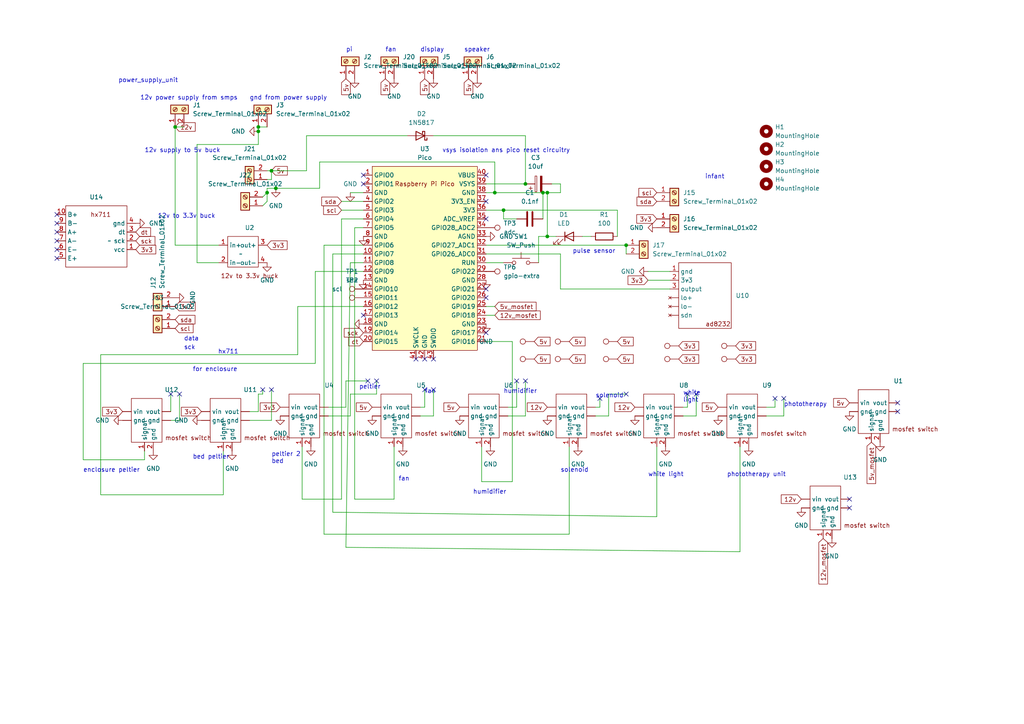
<source format=kicad_sch>
(kicad_sch (version 20230121) (generator eeschema)
  (paper "A4")
  (lib_symbols
    (symbol "Connector:Screw_Terminal_01x02" (pin_names (offset 1.016) hide)
      (property "Reference" "J" (at 0 2.54 0))
      (property "Value" "Screw_Terminal_01x02" (at 0 -5.08 0))
      (symbol "Screw_Terminal_01x02_1_1"
        (rectangle (start -1.27 1.27) (end 1.27 -3.81) (stroke (width 0.254)) (fill (type background)))
        (circle (center 0 -2.54) (radius 0.635) (stroke (width 0.1524)))
        (polyline (pts (xy -0.5334 -2.2098) (xy 0.3302 -3.048)) (stroke (width 0.1524)))
        (polyline (pts (xy -0.5334 0.3302) (xy 0.3302 -0.508)) (stroke (width 0.1524)))
        (polyline (pts (xy -0.3556 -2.032) (xy 0.508 -2.8702)) (stroke (width 0.1524)))
        (polyline (pts (xy -0.3556 0.508) (xy 0.508 -0.3302)) (stroke (width 0.1524)))
        (circle (center 0 0) (radius 0.635) (stroke (width 0.1524)))
        (pin passive line (at -5.08 0 0) (length 3.81) (name "Pin_1") (number "1"))
        (pin passive line (at -5.08 -2.54 0) (length 3.81) (name "Pin_2") (number "2"))
      )
    )
    (symbol "Connector:TestPoint" (pin_numbers hide) (pin_names (offset 0.762) hide)
      (property "Reference" "TP" (at 0 6.858 0))
      (property "Value" "TestPoint" (at 0 5.08 0))
      (symbol "TestPoint_0_1"
        (circle (center 0 3.302) (radius 0.762))
      )
      (symbol "TestPoint_1_1"
        (pin passive line (at 0 0 90) (length 2.54) (name "1") (number "1"))
      )
    )
    (symbol "Device:C" (pin_numbers hide) (pin_names (offset 0.254))
      (property "Reference" "C" (at 0.635 2.54 0))
      (property "Value" "C" (at 0.635 -2.54 0))
      (symbol "C_0_1"
        (polyline (pts (xy -2.032 -0.762) (xy 2.032 -0.762)) (stroke (width 0.508)))
        (polyline (pts (xy -2.032 0.762) (xy 2.032 0.762)) (stroke (width 0.508)))
      )
      (symbol "C_1_1"
        (pin passive line (at 0 3.81 270) (length 2.794) (name "~") (number "1"))
        (pin passive line (at 0 -3.81 90) (length 2.794) (name "~") (number "2"))
      )
    )
    (symbol "Device:C_Polarized" (pin_numbers hide) (pin_names (offset 0.254))
      (property "Reference" "C" (at 0.635 2.54 0))
      (property "Value" "C_Polarized" (at 0.635 -2.54 0))
      (symbol "C_Polarized_0_1"
        (rectangle (start -2.286 0.508) (end 2.286 1.016))
        (polyline (pts (xy -1.778 2.286) (xy -0.762 2.286)))
        (polyline (pts (xy -1.27 2.794) (xy -1.27 1.778)))
        (rectangle (start 2.286 -0.508) (end -2.286 -1.016) (fill (type outline)))
      )
      (symbol "C_Polarized_1_1"
        (pin passive line (at 0 3.81 270) (length 2.794) (name "~") (number "1"))
        (pin passive line (at 0 -3.81 90) (length 2.794) (name "~") (number "2"))
      )
    )
    (symbol "Device:LED" (pin_numbers hide) (pin_names (offset 1.016) hide)
      (property "Reference" "D" (at 0 2.54 0))
      (property "Value" "LED" (at 0 -2.54 0))
      (symbol "LED_0_1"
        (polyline (pts (xy -1.27 -1.27) (xy -1.27 1.27)) (stroke (width 0.254)))
        (polyline (pts (xy -1.27 0) (xy 1.27 0)))
        (polyline (pts (xy 1.27 -1.27) (xy 1.27 1.27) (xy -1.27 0) (xy 1.27 -1.27)) (stroke (width 0.254)))
        (polyline (pts (xy -3.048 -0.762) (xy -4.572 -2.286) (xy -3.81 -2.286) (xy -4.572 -2.286) (xy -4.572 -1.524)))
        (polyline (pts (xy -1.778 -0.762) (xy -3.302 -2.286) (xy -2.54 -2.286) (xy -3.302 -2.286) (xy -3.302 -1.524)))
      )
      (symbol "LED_1_1"
        (pin passive line (at -3.81 0 0) (length 2.54) (name "K") (number "1"))
        (pin passive line (at 3.81 0 180) (length 2.54) (name "A") (number "2"))
      )
    )
    (symbol "Device:R" (pin_numbers hide) (pin_names (offset 0))
      (property "Reference" "R" (at 2.032 0 90))
      (property "Value" "R" (at 0 0 90))
      (symbol "R_0_1"
        (rectangle (start -1.016 -2.54) (end 1.016 2.54) (stroke (width 0.254)))
      )
      (symbol "R_1_1"
        (pin passive line (at 0 3.81 270) (length 1.27) (name "~") (number "1"))
        (pin passive line (at 0 -3.81 90) (length 1.27) (name "~") (number "2"))
      )
    )
    (symbol "Diode:1N5817" (pin_numbers hide) (pin_names (offset 1.016) hide)
      (property "Reference" "D" (at 0 2.54 0))
      (property "Value" "1N5817" (at 0 -2.54 0))
      (symbol "1N5817_0_1"
        (polyline (pts (xy 1.27 0) (xy -1.27 0)))
        (polyline (pts (xy 1.27 1.27) (xy 1.27 -1.27) (xy -1.27 0) (xy 1.27 1.27)) (stroke (width 0.254)))
        (polyline (pts (xy -1.905 0.635) (xy -1.905 1.27) (xy -1.27 1.27) (xy -1.27 -1.27) (xy -0.635 -1.27) (xy -0.635 -0.635)) (stroke (width 0.254)))
      )
      (symbol "1N5817_1_1"
        (pin passive line (at -3.81 0 0) (length 2.54) (name "K") (number "1"))
        (pin passive line (at 3.81 0 180) (length 2.54) (name "A") (number "2"))
      )
    )
    (symbol "MCU_RaspberryPi_and_Boards:Pico"
      (property "Reference" "U" (at -13.97 27.94 0))
      (property "Value" "Pico" (at 0 19.05 0))
      (symbol "Pico_0_0"
        (text "Raspberry Pi Pico" (at 0 21.59 0) (effects (font (size 1.27 1.27))))
      )
      (symbol "Pico_0_1"
        (rectangle (start -15.24 26.67) (end 15.24 -26.67) (fill (type background)))
      )
      (symbol "Pico_1_1"
        (pin bidirectional line (at -17.78 24.13 0) (length 2.54) (name "GPIO0") (number "1"))
        (pin bidirectional line (at -17.78 1.27 0) (length 2.54) (name "GPIO7") (number "10"))
        (pin bidirectional line (at -17.78 -1.27 0) (length 2.54) (name "GPIO8") (number "11"))
        (pin bidirectional line (at -17.78 -3.81 0) (length 2.54) (name "GPIO9") (number "12"))
        (pin power_in line (at -17.78 -6.35 0) (length 2.54) (name "GND") (number "13"))
        (pin bidirectional line (at -17.78 -8.89 0) (length 2.54) (name "GPIO10") (number "14"))
        (pin bidirectional line (at -17.78 -11.43 0) (length 2.54) (name "GPIO11") (number "15"))
        (pin bidirectional line (at -17.78 -13.97 0) (length 2.54) (name "GPIO12") (number "16"))
        (pin bidirectional line (at -17.78 -16.51 0) (length 2.54) (name "GPIO13") (number "17"))
        (pin power_in line (at -17.78 -19.05 0) (length 2.54) (name "GND") (number "18"))
        (pin bidirectional line (at -17.78 -21.59 0) (length 2.54) (name "GPIO14") (number "19"))
        (pin bidirectional line (at -17.78 21.59 0) (length 2.54) (name "GPIO1") (number "2"))
        (pin bidirectional line (at -17.78 -24.13 0) (length 2.54) (name "GPIO15") (number "20"))
        (pin bidirectional line (at 17.78 -24.13 180) (length 2.54) (name "GPIO16") (number "21"))
        (pin bidirectional line (at 17.78 -21.59 180) (length 2.54) (name "GPIO17") (number "22"))
        (pin power_in line (at 17.78 -19.05 180) (length 2.54) (name "GND") (number "23"))
        (pin bidirectional line (at 17.78 -16.51 180) (length 2.54) (name "GPIO18") (number "24"))
        (pin bidirectional line (at 17.78 -13.97 180) (length 2.54) (name "GPIO19") (number "25"))
        (pin bidirectional line (at 17.78 -11.43 180) (length 2.54) (name "GPIO20") (number "26"))
        (pin bidirectional line (at 17.78 -8.89 180) (length 2.54) (name "GPIO21") (number "27"))
        (pin power_in line (at 17.78 -6.35 180) (length 2.54) (name "GND") (number "28"))
        (pin bidirectional line (at 17.78 -3.81 180) (length 2.54) (name "GPIO22") (number "29"))
        (pin power_in line (at -17.78 19.05 0) (length 2.54) (name "GND") (number "3"))
        (pin input line (at 17.78 -1.27 180) (length 2.54) (name "RUN") (number "30"))
        (pin bidirectional line (at 17.78 1.27 180) (length 2.54) (name "GPIO26_ADC0") (number "31"))
        (pin bidirectional line (at 17.78 3.81 180) (length 2.54) (name "GPIO27_ADC1") (number "32"))
        (pin power_in line (at 17.78 6.35 180) (length 2.54) (name "AGND") (number "33"))
        (pin bidirectional line (at 17.78 8.89 180) (length 2.54) (name "GPIO28_ADC2") (number "34"))
        (pin power_in line (at 17.78 11.43 180) (length 2.54) (name "ADC_VREF") (number "35"))
        (pin power_in line (at 17.78 13.97 180) (length 2.54) (name "3V3") (number "36"))
        (pin input line (at 17.78 16.51 180) (length 2.54) (name "3V3_EN") (number "37"))
        (pin bidirectional line (at 17.78 19.05 180) (length 2.54) (name "GND") (number "38"))
        (pin power_in line (at 17.78 21.59 180) (length 2.54) (name "VSYS") (number "39"))
        (pin bidirectional line (at -17.78 16.51 0) (length 2.54) (name "GPIO2") (number "4"))
        (pin power_in line (at 17.78 24.13 180) (length 2.54) (name "VBUS") (number "40"))
        (pin input line (at -2.54 -29.21 90) (length 2.54) (name "SWCLK") (number "41"))
        (pin power_in line (at 0 -29.21 90) (length 2.54) (name "GND") (number "42"))
        (pin bidirectional line (at 2.54 -29.21 90) (length 2.54) (name "SWDIO") (number "43"))
        (pin bidirectional line (at -17.78 13.97 0) (length 2.54) (name "GPIO3") (number "5"))
        (pin bidirectional line (at -17.78 11.43 0) (length 2.54) (name "GPIO4") (number "6"))
        (pin bidirectional line (at -17.78 8.89 0) (length 2.54) (name "GPIO5") (number "7"))
        (pin power_in line (at -17.78 6.35 0) (length 2.54) (name "GND") (number "8"))
        (pin bidirectional line (at -17.78 3.81 0) (length 2.54) (name "GPIO6") (number "9"))
      )
    )
    (symbol "Mechanical:MountingHole" (pin_names (offset 1.016))
      (property "Reference" "H" (at 0 5.08 0))
      (property "Value" "MountingHole" (at 0 3.175 0))
      (symbol "MountingHole_0_1"
        (circle (center 0 0) (radius 1.27) (stroke (width 1.27)))
      )
    )
    (symbol "Switch:SW_Push" (pin_numbers hide) (pin_names (offset 1.016) hide)
      (property "Reference" "SW" (at 1.27 2.54 0))
      (property "Value" "SW_Push" (at 0 -1.524 0))
      (symbol "SW_Push_0_1"
        (circle (center -2.032 0) (radius 0.508))
        (polyline (pts (xy 0 1.27) (xy 0 3.048)))
        (polyline (pts (xy 2.54 1.27) (xy -2.54 1.27)))
        (circle (center 2.032 0) (radius 0.508))
        (pin passive line (at -5.08 0 0) (length 2.54) (name "1") (number "1"))
        (pin passive line (at 5.08 0 180) (length 2.54) (name "2") (number "2"))
      )
    )
    (symbol "ad8232:ad8232"
      (property "Reference" "U" (at 0 0 0))
      (symbol "ad8232_0_1"
        (polyline (pts (xy -2.54 5.08) (xy -2.54 -13.97) (xy 12.7 -13.97) (xy 12.7 5.08) (xy -2.54 5.08)))
      )
      (symbol "ad8232_1_1"
        (text "ad8232" (at 8.89 -12.7 0) (effects (font (size 1.27 1.27))))
        (pin no_connect line (at -5.08 -5.08 0) (length 2.54) (name "lo+") (number ""))
        (pin no_connect line (at -5.08 -7.62 0) (length 2.54) (name "lo-") (number ""))
        (pin no_connect line (at -5.08 -10.16 0) (length 2.54) (name "sdn") (number ""))
        (pin bidirectional line (at -5.08 2.54 0) (length 2.54) (name "gnd") (number "1"))
        (pin input line (at -5.08 0 0) (length 2.54) (name "3v3") (number "2"))
        (pin output line (at -5.08 -2.54 0) (length 2.54) (name "output") (number "3"))
      )
    )
    (symbol "buck:buck_12_3.3"
      (property "Reference" "U2" (at 2.54 7.62 0))
      (property "Value" "~" (at 0 0 0))
      (symbol "buck_12_3.3_0_1"
        (polyline (pts (xy -3.81 5.08) (xy -3.81 -3.81) (xy 5.08 -3.81) (xy 5.08 5.08) (xy -3.81 5.08)))
      )
      (symbol "buck_12_3.3_1_1"
        (text "12v to 3.3v buck\n" (at 2.54 -6.35 0) (effects (font (size 1.27 1.27))))
        (pin input line (at -6.35 2.54 0) (length 2.54) (name "in+") (number "1"))
        (pin input line (at -6.35 -2.54 0) (length 2.54) (name "in-") (number "2"))
        (pin bidirectional line (at 7.62 2.54 180) (length 2.54) (name "out+") (number "3"))
        (pin bidirectional line (at 7.62 -2.54 180) (length 2.54) (name "out-") (number "4"))
      )
    )
    (symbol "hx711_board:hx711_pcb"
      (property "Reference" "U" (at 0 0 0))
      (symbol "hx711_pcb_0_1"
        (rectangle (start -5.08 7.62) (end 12.7 -10.16))
      )
      (symbol "hx711_pcb_1_1"
        (text "hx711" (at 2.54 -7.62 0) (effects (font (size 1.27 1.27))))
        (pin bidirectional line (at -7.62 2.54 0) (length 2.54) (name "vcc") (number "1"))
        (pin bidirectional line (at 15.24 -7.62 180) (length 2.54) (name "B+") (number "10"))
        (pin bidirectional line (at -7.62 0 0) (length 2.54) (name "sck") (number "2"))
        (pin bidirectional line (at -7.62 -2.54 0) (length 2.54) (name "dt") (number "3"))
        (pin bidirectional line (at -7.62 -5.08 0) (length 2.54) (name "gnd") (number "4"))
        (pin bidirectional line (at 15.24 5.08 180) (length 2.54) (name "E+") (number "5"))
        (pin bidirectional line (at 15.24 2.54 180) (length 2.54) (name "E-") (number "6"))
        (pin bidirectional line (at 15.24 0 180) (length 2.54) (name "A-") (number "7"))
        (pin bidirectional line (at 15.24 -2.54 180) (length 2.54) (name "A+") (number "8"))
        (pin bidirectional line (at 15.24 -5.08 180) (length 2.54) (name "B-") (number "9"))
      )
    )
    (symbol "mosfet_switch:mosfet_switch"
      (property "Reference" "U12" (at 6.5568 11.43 0))
      (property "Value" "~" (at 0 0 0))
      (symbol "mosfet_switch_0_1"
        (polyline (pts (xy -5.08 8.89) (xy -5.08 -3.81) (xy 3.81 -3.81) (xy 3.81 8.89) (xy -5.08 8.89)))
      )
      (symbol "mosfet_switch_1_1"
        (text "mosfet switch" (at 11.43 -2.54 0) (effects (font (size 1.27 1.27))))
        (pin input line (at -7.62 2.54 0) (length 2.54) (name "gnd") (number ""))
        (pin bidirectional line (at 6.35 2.54 180) (length 2.54) (name "gnd") (number ""))
        (pin input line (at -7.62 5.08 0) (length 2.54) (name "vin") (number ""))
        (pin bidirectional line (at 6.35 5.08 180) (length 2.54) (name "vout") (number ""))
        (pin bidirectional line (at -1.27 -6.35 90) (length 2.54) (name "signal") (number "1"))
        (pin bidirectional line (at 1.27 -6.35 90) (length 2.54) (name "gnd") (number "2"))
      )
    )
    (symbol "mosfet_switch_1"
      (property "Reference" "U9" (at 6.5568 11.43 0))
      (property "Value" "~" (at 0 0 0))
      (symbol "mosfet_switch_1_0_1"
        (polyline (pts (xy -5.08 8.89) (xy -5.08 -3.81) (xy 3.81 -3.81) (xy 3.81 8.89) (xy -5.08 8.89)))
      )
      (symbol "mosfet_switch_1_1_1"
        (text "mosfet switch" (at 11.43 -2.54 0) (effects (font (size 1.27 1.27))))
        (pin input line (at -7.62 2.54 0) (length 2.54) (name "gnd") (number ""))
        (pin bidirectional line (at 6.35 2.54 180) (length 2.54) (name "gnd") (number ""))
        (pin input line (at -7.62 5.08 0) (length 2.54) (name "vin") (number ""))
        (pin bidirectional line (at 6.35 5.08 180) (length 2.54) (name "vout") (number ""))
        (pin bidirectional line (at -1.27 -6.35 90) (length 2.54) (name "signal") (number "1"))
        (pin bidirectional line (at 1.27 -6.35 90) (length 2.54) (name "gnd") (number "2"))
      )
    )
    (symbol "mosfet_switch_2"
      (property "Reference" "U8" (at 6.5568 11.43 0))
      (property "Value" "~" (at 0 0 0))
      (symbol "mosfet_switch_2_0_1"
        (polyline (pts (xy -5.08 8.89) (xy -5.08 -3.81) (xy 3.81 -3.81) (xy 3.81 8.89) (xy -5.08 8.89)))
      )
      (symbol "mosfet_switch_2_1_1"
        (text "mosfet switch" (at 11.43 -2.54 0) (effects (font (size 1.27 1.27))))
        (pin input line (at -7.62 2.54 0) (length 2.54) (name "gnd") (number ""))
        (pin bidirectional line (at 6.35 2.54 180) (length 2.54) (name "gnd") (number ""))
        (pin input line (at -7.62 5.08 0) (length 2.54) (name "vin") (number ""))
        (pin bidirectional line (at 6.35 5.08 180) (length 2.54) (name "vout") (number ""))
        (pin bidirectional line (at -1.27 -6.35 90) (length 2.54) (name "signal") (number "1"))
        (pin bidirectional line (at 1.27 -6.35 90) (length 2.54) (name "gnd") (number "2"))
      )
    )
    (symbol "mosfet_switch_3"
      (property "Reference" "U5" (at 6.5568 11.43 0))
      (property "Value" "~" (at 0 0 0))
      (symbol "mosfet_switch_3_0_1"
        (polyline (pts (xy -5.08 8.89) (xy -5.08 -3.81) (xy 3.81 -3.81) (xy 3.81 8.89) (xy -5.08 8.89)))
      )
      (symbol "mosfet_switch_3_1_1"
        (text "mosfet switch" (at 11.43 -2.54 0) (effects (font (size 1.27 1.27))))
        (pin input line (at -7.62 2.54 0) (length 2.54) (name "gnd") (number ""))
        (pin bidirectional line (at 6.35 2.54 180) (length 2.54) (name "gnd") (number ""))
        (pin input line (at -7.62 5.08 0) (length 2.54) (name "vin") (number ""))
        (pin bidirectional line (at 6.35 5.08 180) (length 2.54) (name "vout") (number ""))
        (pin bidirectional line (at -1.27 -6.35 90) (length 2.54) (name "signal") (number "1"))
        (pin bidirectional line (at 1.27 -6.35 90) (length 2.54) (name "gnd") (number "2"))
      )
    )
    (symbol "mosfet_switch_4"
      (property "Reference" "U6" (at 6.5568 11.43 0))
      (property "Value" "~" (at 0 0 0))
      (symbol "mosfet_switch_4_0_1"
        (polyline (pts (xy -5.08 8.89) (xy -5.08 -3.81) (xy 3.81 -3.81) (xy 3.81 8.89) (xy -5.08 8.89)))
      )
      (symbol "mosfet_switch_4_1_1"
        (text "mosfet switch" (at 11.43 -2.54 0) (effects (font (size 1.27 1.27))))
        (pin input line (at -7.62 2.54 0) (length 2.54) (name "gnd") (number ""))
        (pin bidirectional line (at 6.35 2.54 180) (length 2.54) (name "gnd") (number ""))
        (pin input line (at -7.62 5.08 0) (length 2.54) (name "vin") (number ""))
        (pin bidirectional line (at 6.35 5.08 180) (length 2.54) (name "vout") (number ""))
        (pin bidirectional line (at -1.27 -6.35 90) (length 2.54) (name "signal") (number "1"))
        (pin bidirectional line (at 1.27 -6.35 90) (length 2.54) (name "gnd") (number "2"))
      )
    )
    (symbol "mosfet_switch_5"
      (property "Reference" "U7" (at 6.5568 11.43 0))
      (property "Value" "~" (at 0 0 0))
      (symbol "mosfet_switch_5_0_1"
        (polyline (pts (xy -5.08 8.89) (xy -5.08 -3.81) (xy 3.81 -3.81) (xy 3.81 8.89) (xy -5.08 8.89)))
      )
      (symbol "mosfet_switch_5_1_1"
        (text "mosfet switch" (at 11.43 -2.54 0) (effects (font (size 1.27 1.27))))
        (pin input line (at -7.62 2.54 0) (length 2.54) (name "gnd") (number ""))
        (pin bidirectional line (at 6.35 2.54 180) (length 2.54) (name "gnd") (number ""))
        (pin input line (at -7.62 5.08 0) (length 2.54) (name "vin") (number ""))
        (pin bidirectional line (at 6.35 5.08 180) (length 2.54) (name "vout") (number ""))
        (pin bidirectional line (at -1.27 -6.35 90) (length 2.54) (name "signal") (number "1"))
        (pin bidirectional line (at 1.27 -6.35 90) (length 2.54) (name "gnd") (number "2"))
      )
    )
    (symbol "mosfet_switch_6"
      (property "Reference" "U4" (at 6.5568 11.43 0))
      (property "Value" "~" (at 0 0 0))
      (symbol "mosfet_switch_6_0_1"
        (polyline (pts (xy -5.08 8.89) (xy -5.08 -3.81) (xy 3.81 -3.81) (xy 3.81 8.89) (xy -5.08 8.89)))
      )
      (symbol "mosfet_switch_6_1_1"
        (text "mosfet switch" (at 11.43 -2.54 0) (effects (font (size 1.27 1.27))))
        (pin input line (at -7.62 2.54 0) (length 2.54) (name "gnd") (number ""))
        (pin bidirectional line (at 6.35 2.54 180) (length 2.54) (name "gnd") (number ""))
        (pin input line (at -7.62 5.08 0) (length 2.54) (name "vin") (number ""))
        (pin bidirectional line (at 6.35 5.08 180) (length 2.54) (name "vout") (number ""))
        (pin bidirectional line (at -1.27 -6.35 90) (length 2.54) (name "signal") (number "1"))
        (pin bidirectional line (at 1.27 -6.35 90) (length 2.54) (name "gnd") (number "2"))
      )
    )
    (symbol "mosfet_switch_7"
      (property "Reference" "U11" (at 6.5568 11.43 0))
      (property "Value" "~" (at 0 0 0))
      (symbol "mosfet_switch_7_0_1"
        (polyline (pts (xy -5.08 8.89) (xy -5.08 -3.81) (xy 3.81 -3.81) (xy 3.81 8.89) (xy -5.08 8.89)))
      )
      (symbol "mosfet_switch_7_1_1"
        (text "mosfet switch" (at 11.43 -2.54 0) (effects (font (size 1.27 1.27))))
        (pin input line (at -7.62 2.54 0) (length 2.54) (name "gnd") (number ""))
        (pin bidirectional line (at 6.35 2.54 180) (length 2.54) (name "gnd") (number ""))
        (pin input line (at -7.62 5.08 0) (length 2.54) (name "vin") (number ""))
        (pin bidirectional line (at 6.35 5.08 180) (length 2.54) (name "vout") (number ""))
        (pin bidirectional line (at -1.27 -6.35 90) (length 2.54) (name "signal") (number "1"))
        (pin bidirectional line (at 1.27 -6.35 90) (length 2.54) (name "gnd") (number "2"))
      )
    )
    (symbol "power:GND" (power) (pin_names (offset 0))
      (property "Value" "GND" (at 0 -3.81 0))
      (symbol "GND_0_1"
        (polyline (pts (xy 0 0) (xy 0 -1.27) (xy 1.27 -1.27) (xy 0 -2.54) (xy -1.27 -1.27) (xy 0 -1.27)))
      )
      (symbol "GND_1_1"
        (pin power_in line (at 0 0 270) (length 0) hide (name "GND") (number "1"))
      )
    )
  )
  (junction (at 143.51 55.88))
  (junction (at 77.47 55.88))
  (junction (at 80.01 54.61))
  (junction (at 74.93 38.1))
  (junction (at 74.93 36.83))
  (junction (at 78.74 49.53))
  (junction (at 181.61 71.12))
  (junction (at 157.48 55.88))
  (junction (at 158.75 55.88))
  (junction (at 146.05 60.96))
  (junction (at 152.4 53.34))
  (junction (at 158.75 68.58))
  (junction (at 50.8 36.83))
  (no_connect (at 16.51 67.31))
  (no_connect (at 149.86 110.49))
  (no_connect (at 16.51 74.93))
  (no_connect (at 123.19 113.03))
  (no_connect (at 120.65 104.14))
  (no_connect (at 140.97 50.8))
  (no_connect (at 224.79 115.57))
  (no_connect (at 140.97 86.36))
  (no_connect (at 105.41 91.44))
  (no_connect (at 260.35 119.38))
  (no_connect (at 78.74 113.03))
  (no_connect (at 140.97 96.52))
  (no_connect (at 49.53 114.3))
  (no_connect (at 109.22 110.49))
  (no_connect (at 201.93 114.3))
  (no_connect (at 125.73 104.14))
  (no_connect (at 140.97 83.82))
  (no_connect (at 246.38 144.78))
  (no_connect (at 246.38 147.32))
  (no_connect (at 16.51 64.77))
  (no_connect (at 181.61 114.3))
  (no_connect (at 16.51 69.85))
  (no_connect (at 199.39 114.3))
  (no_connect (at 52.07 114.3))
  (no_connect (at 16.51 72.39))
  (no_connect (at 152.4 110.49))
  (no_connect (at 76.2 113.03))
  (no_connect (at 16.51 62.23))
  (no_connect (at 140.97 58.42))
  (no_connect (at 123.19 104.14))
  (no_connect (at 125.73 113.03))
  (no_connect (at 260.35 116.84))
  (no_connect (at 227.33 115.57))
  (no_connect (at 173.99 115.57))
  (no_connect (at 106.68 110.49))
  (no_connect (at 105.41 53.34))
  (no_connect (at 105.41 50.8))
  (no_connect (at 140.97 63.5))
  (wire (pts (xy 74.93 114.3) (xy 76.2 114.3)))
  (wire (pts (xy 152.4 110.49) (xy 152.4 120.65)))
  (wire (pts (xy 96.52 148.59) (xy 96.52 73.66)))
  (wire (pts (xy 102.87 144.78) (xy 102.87 66.04)))
  (wire (pts (xy 214.63 160.02) (xy 100.33 158.75)))
  (wire (pts (xy 76.2 59.69) (xy 77.47 58.42)))
  (wire (pts (xy 99.06 63.5) (xy 105.41 63.5)))
  (wire (pts (xy 114.3 144.78) (xy 102.87 144.78)))
  (wire (pts (xy 77.47 58.42) (xy 77.47 55.88)))
  (wire (pts (xy 91.44 78.74) (xy 91.44 105.41)))
  (wire (pts (xy 222.25 120.65) (xy 227.33 120.65)))
  (wire (pts (xy 194.31 78.74) (xy 187.96 78.74)))
  (wire (pts (xy 101.6 76.2) (xy 105.41 76.2)))
  (wire (pts (xy 77.47 54.61) (xy 77.47 55.88)))
  (wire (pts (xy 78.74 49.53) (xy 88.9 49.53)))
  (wire (pts (xy 49.53 121.92) (xy 52.07 121.92)))
  (wire (pts (xy 52.07 121.92) (xy 52.07 114.3)))
  (wire (pts (xy 99.06 144.78) (xy 99.06 63.5)))
  (wire (pts (xy 86.36 88.9) (xy 105.41 88.9)))
  (wire (pts (xy 105.41 78.74) (xy 91.44 78.74)))
  (wire (pts (xy 157.48 55.88) (xy 158.75 55.88)))
  (wire (pts (xy 78.74 113.03) (xy 78.74 121.92)))
  (wire (pts (xy 74.93 41.91) (xy 57.15 41.91)))
  (wire (pts (xy 101.6 120.65) (xy 95.25 120.65)))
  (wire (pts (xy 140.97 71.12) (xy 181.61 71.12)))
  (wire (pts (xy 139.7 129.54) (xy 139.7 139.7)))
  (wire (pts (xy 93.98 71.12) (xy 105.41 71.12)))
  (wire (pts (xy 72.39 119.38) (xy 74.93 119.38)))
  (wire (pts (xy 165.1 129.54) (xy 165.1 154.94)))
  (wire (pts (xy 74.93 36.83) (xy 74.93 38.1)))
  (wire (pts (xy 96.52 73.66) (xy 105.41 73.66)))
  (wire (pts (xy 149.86 63.5) (xy 146.05 63.5)))
  (wire (pts (xy 152.4 120.65) (xy 147.32 120.65)))
  (wire (pts (xy 41.91 133.35) (xy 41.91 130.81)))
  (wire (pts (xy 87.63 144.78) (xy 99.06 144.78)))
  (wire (pts (xy 105.41 55.88) (xy 101.6 55.88)))
  (wire (pts (xy 50.8 36.83) (xy 50.8 71.12)))
  (wire (pts (xy 53.34 36.83) (xy 50.8 36.83)))
  (wire (pts (xy 93.98 154.94) (xy 93.98 71.12)))
  (wire (pts (xy 224.79 118.11) (xy 222.25 118.11)))
  (wire (pts (xy 125.73 113.03) (xy 125.73 120.65)))
  (wire (pts (xy 74.93 38.1) (xy 74.93 41.91)))
  (wire (pts (xy 168.91 68.58) (xy 171.45 68.58)))
  (wire (pts (xy 156.21 68.58) (xy 158.75 68.58)))
  (wire (pts (xy 91.44 105.41) (xy 24.13 105.41)))
  (wire (pts (xy 179.07 68.58) (xy 179.07 60.96)))
  (wire (pts (xy 152.4 39.37) (xy 125.73 39.37)))
  (wire (pts (xy 87.63 129.54) (xy 87.63 144.78)))
  (wire (pts (xy 165.1 154.94) (xy 93.98 154.94)))
  (wire (pts (xy 77.47 36.83) (xy 74.93 36.83)))
  (wire (pts (xy 77.47 54.61) (xy 80.01 54.61)))
  (wire (pts (xy 123.19 118.11) (xy 123.19 113.03)))
  (wire (pts (xy 140.97 76.2) (xy 146.05 76.2)))
  (wire (pts (xy 148.59 99.06) (xy 140.97 99.06)))
  (wire (pts (xy 99.06 58.42) (xy 105.41 58.42)))
  (wire (pts (xy 77.47 52.07) (xy 78.74 52.07)))
  (wire (pts (xy 143.51 55.88) (xy 157.48 55.88)))
  (wire (pts (xy 140.97 73.66) (xy 162.56 73.66)))
  (wire (pts (xy 162.56 73.66) (xy 162.56 83.82)))
  (wire (pts (xy 139.7 139.7) (xy 148.59 139.7)))
  (wire (pts (xy 181.61 73.66) (xy 181.61 71.12)))
  (wire (pts (xy 152.4 39.37) (xy 152.4 53.34)))
  (wire (pts (xy 224.79 115.57) (xy 224.79 118.11)))
  (wire (pts (xy 86.36 102.87) (xy 86.36 88.9)))
  (wire (pts (xy 162.56 83.82) (xy 194.31 83.82)))
  (wire (pts (xy 227.33 120.65) (xy 227.33 115.57)))
  (wire (pts (xy 101.6 114.3) (xy 101.6 120.65)))
  (wire (pts (xy 201.93 114.3) (xy 201.93 120.65)))
  (wire (pts (xy 201.93 120.65) (xy 198.12 120.65)))
  (wire (pts (xy 148.59 139.7) (xy 148.59 99.06)))
  (wire (pts (xy 78.74 121.92) (xy 72.39 121.92)))
  (wire (pts (xy 77.47 55.88) (xy 76.2 57.15)))
  (wire (pts (xy 147.32 118.11) (xy 149.86 118.11)))
  (wire (pts (xy 80.01 54.61) (xy 92.71 54.61)))
  (wire (pts (xy 194.31 81.28) (xy 187.96 81.28)))
  (wire (pts (xy 121.92 118.11) (xy 123.19 118.11)))
  (wire (pts (xy 140.97 53.34) (xy 152.4 53.34)))
  (wire (pts (xy 99.06 148.59) (xy 96.52 148.59)))
  (wire (pts (xy 74.93 119.38) (xy 74.93 114.3)))
  (wire (pts (xy 99.06 60.96) (xy 105.41 60.96)))
  (wire (pts (xy 88.9 39.37) (xy 118.11 39.37)))
  (wire (pts (xy 125.73 120.65) (xy 121.92 120.65)))
  (wire (pts (xy 102.87 66.04) (xy 105.41 66.04)))
  (wire (pts (xy 176.53 120.65) (xy 172.72 120.65)))
  (wire (pts (xy 100.33 158.75) (xy 101.6 76.2)))
  (wire (pts (xy 158.75 68.58) (xy 161.29 68.58)))
  (wire (pts (xy 173.99 118.11) (xy 172.72 118.11)))
  (wire (pts (xy 95.25 118.11) (xy 100.33 118.11)))
  (wire (pts (xy 190.5 129.54) (xy 190.5 149.86)))
  (wire (pts (xy 109.22 110.49) (xy 109.22 114.3)))
  (wire (pts (xy 158.75 55.88) (xy 162.56 55.88)))
  (wire (pts (xy 64.77 143.51) (xy 29.21 143.51)))
  (wire (pts (xy 140.97 91.44) (xy 143.51 91.44)))
  (wire (pts (xy 160.02 53.34) (xy 162.56 53.34)))
  (wire (pts (xy 146.05 60.96) (xy 140.97 60.96)))
  (wire (pts (xy 140.97 55.88) (xy 143.51 55.88)))
  (wire (pts (xy 140.97 88.9) (xy 143.51 88.9)))
  (wire (pts (xy 29.21 102.87) (xy 86.36 102.87)))
  (wire (pts (xy 173.99 115.57) (xy 173.99 118.11)))
  (wire (pts (xy 179.07 60.96) (xy 146.05 60.96)))
  (wire (pts (xy 156.21 76.2) (xy 156.21 68.58)))
  (wire (pts (xy 190.5 149.86) (xy 99.06 148.59)))
  (wire (pts (xy 146.05 63.5) (xy 146.05 60.96)))
  (wire (pts (xy 92.71 54.61) (xy 92.71 46.99)))
  (wire (pts (xy 49.53 114.3) (xy 49.53 119.38)))
  (wire (pts (xy 157.48 63.5) (xy 157.48 55.88)))
  (wire (pts (xy 76.2 114.3) (xy 76.2 113.03)))
  (wire (pts (xy 114.3 129.54) (xy 114.3 144.78)))
  (wire (pts (xy 100.33 110.49) (xy 106.68 110.49)))
  (wire (pts (xy 63.5 71.12) (xy 50.8 71.12)))
  (wire (pts (xy 149.86 118.11) (xy 149.86 110.49)))
  (wire (pts (xy 77.47 49.53) (xy 78.74 49.53)))
  (wire (pts (xy 64.77 130.81) (xy 64.77 143.51)))
  (wire (pts (xy 109.22 114.3) (xy 101.6 114.3)))
  (wire (pts (xy 88.9 49.53) (xy 88.9 39.37)))
  (wire (pts (xy 143.51 46.99) (xy 143.51 55.88)))
  (wire (pts (xy 57.15 76.2) (xy 63.5 76.2)))
  (wire (pts (xy 92.71 46.99) (xy 143.51 46.99)))
  (wire (pts (xy 214.63 129.54) (xy 214.63 160.02)))
  (wire (pts (xy 29.21 143.51) (xy 29.21 102.87)))
  (wire (pts (xy 199.39 114.3) (xy 199.39 118.11)))
  (wire (pts (xy 78.74 52.07) (xy 78.74 49.53)))
  (wire (pts (xy 176.53 114.3) (xy 176.53 120.65)))
  (wire (pts (xy 199.39 118.11) (xy 198.12 118.11)))
  (wire (pts (xy 181.61 114.3) (xy 176.53 114.3)))
  (wire (pts (xy 162.56 53.34) (xy 162.56 55.88)))
  (wire (pts (xy 158.75 68.58) (xy 158.75 55.88)))
  (wire (pts (xy 57.15 41.91) (xy 57.15 76.2)))
  (wire (pts (xy 24.13 105.41) (xy 24.13 133.35)))
  (wire (pts (xy 100.33 118.11) (xy 100.33 110.49)))
  (wire (pts (xy 24.13 133.35) (xy 41.91 133.35)))
  (text "phototherapy" (at 227.33 118.11 0) (effects (font (size 1.27 1.27)) (justify left bottom)))
  (text "pi" (at 100.33 15.24 0) (effects (font (size 1.27 1.27)) (justify left bottom)))
  (text "humidifier" (at 146.05 114.3 0) (effects (font (size 1.27 1.27)) (justify left bottom)))
  (text "12v supply to 5v buck\n" (at 41.91 44.45 0) (effects (font (size 1.27 1.27)) (justify left bottom)))
  (text "vsys isolation ans pico reset circuitry" (at 128.27 44.45 0) (effects (font (size 1.27 1.27)) (justify left bottom)))
  (text "for enclosure" (at 55.88 107.95 0) (effects (font (size 1.27 1.27)) (justify left bottom)))
  (text " hx711" (at 62.23 102.87 0) (effects (font (size 1.27 1.27)) (justify left bottom)))
  (text "speaker" (at 134.62 15.24 0) (effects (font (size 1.27 1.27)) (justify left bottom)))
  (text "peltier " (at 104.14 113.03 0) (effects (font (size 1.27 1.27)) (justify left bottom)))
  (text "solenoid" (at 162.56 137.16 0) (effects (font (size 1.27 1.27)) (justify left bottom)))
  (text "12v power supply from smps" (at 40.64 29.21 0) (effects (font (size 1.27 1.27)) (justify left bottom)))
  (text "white light" (at 187.96 138.43 0) (effects (font (size 1.27 1.27)) (justify left bottom)))
  (text "fan" (at 115.57 139.7 0) (effects (font (size 1.27 1.27)) (justify left bottom)))
  (text "enclosure peltier" (at 24.13 137.16 0) (effects (font (size 1.27 1.27)) (justify left bottom)))
  (text "humidifier" (at 137.16 143.51 0) (effects (font (size 1.27 1.27)) (justify left bottom)))
  (text "bed peltier" (at 55.88 133.35 0) (effects (font (size 1.27 1.27)) (justify left bottom)))
  (text "infant\n" (at 204.47 52.07 0) (effects (font (size 1.27 1.27)) (justify left bottom)))
  (text "power_supply_unit\n" (at 34.29 24.13 0) (effects (font (size 1.27 1.27)) (justify left bottom)))
  (text "sck" (at 53.34 101.6 0) (effects (font (size 1.27 1.27)) (justify left bottom)))
  (text "gnd from power supply" (at 72.39 29.21 0) (effects (font (size 1.27 1.27)) (justify left bottom)))
  (text "peltier 2\nbed\n" (at 78.74 134.62 0) (effects (font (size 1.27 1.27)) (justify left bottom)))
  (text "display" (at 121.92 15.24 0) (effects (font (size 1.27 1.27)) (justify left bottom)))
  (text "solenoid" (at 172.72 115.57 0) (effects (font (size 1.27 1.27)) (justify left bottom)))
  (text " pulse sensor" (at 165.1 73.66 0) (effects (font (size 1.27 1.27)) (justify left bottom)))
  (text "12v to 3.3v buck\n" (at 45.72 63.5 0) (effects (font (size 1.27 1.27)) (justify left bottom)))
  (text "white \nlight" (at 198.12 116.84 0) (effects (font (size 1.27 1.27)) (justify left bottom)))
  (text "data " (at 53.34 99.06 0) (effects (font (size 1.27 1.27)) (justify left bottom)))
  (text "phototherapy unit" (at 210.82 138.43 0) (effects (font (size 1.27 1.27)) (justify left bottom)))
  (text "fan" (at 123.19 114.3 0) (effects (font (size 1.27 1.27)) (justify left bottom)))
  (text "fan" (at 111.76 15.24 0) (effects (font (size 1.27 1.27)) (justify left bottom)))
  (global_label "5v" (shape input) (at 179.07 104.14 0) (property "Intersheetrefs" "${INTERSHEET_REFS}" (effects hide)))
  (global_label "scl" (shape input) (at 99.06 60.96 180) (property "Intersheetrefs" "${INTERSHEET_REFS}" (effects hide)))
  (global_label "3v3" (shape input) (at 50.8 88.9 0) (property "Intersheetrefs" "${INTERSHEET_REFS}" (effects hide)))
  (global_label "3v3" (shape input) (at 35.56 119.38 180) (property "Intersheetrefs" "${INTERSHEET_REFS}" (effects hide)))
  (global_label "3v3" (shape input) (at 39.37 72.39 0) (property "Intersheetrefs" "${INTERSHEET_REFS}" (effects hide)))
  (global_label "sck" (shape input) (at 105.41 96.52 180) (property "Intersheetrefs" "${INTERSHEET_REFS}" (effects hide)))
  (global_label "3v3" (shape input) (at 58.42 119.38 180) (property "Intersheetrefs" "${INTERSHEET_REFS}" (effects hide)))
  (global_label "scl" (shape input) (at 50.8 95.25 0) (property "Intersheetrefs" "${INTERSHEET_REFS}" (effects hide)))
  (global_label "sda" (shape input) (at 50.8 92.71 0) (property "Intersheetrefs" "${INTERSHEET_REFS}" (effects hide)))
  (global_label "5v" (shape input) (at 107.95 118.11 180) (property "Intersheetrefs" "${INTERSHEET_REFS}" (effects hide)))
  (global_label "5v" (shape input) (at 165.1 99.06 0) (property "Intersheetrefs" "${INTERSHEET_REFS}" (effects hide)))
  (global_label "sck" (shape input) (at 39.37 69.85 0) (property "Intersheetrefs" "${INTERSHEET_REFS}" (effects hide)))
  (global_label "5v" (shape input) (at 123.19 22.86 270) (property "Intersheetrefs" "${INTERSHEET_REFS}" (effects hide)))
  (global_label "dt" (shape input) (at 105.41 99.06 180) (property "Intersheetrefs" "${INTERSHEET_REFS}" (effects hide)))
  (global_label "12v" (shape input) (at 184.15 118.11 180) (property "Intersheetrefs" "${INTERSHEET_REFS}" (effects hide)))
  (global_label "5v" (shape input) (at 78.74 49.53 0) (property "Intersheetrefs" "${INTERSHEET_REFS}" (effects hide)))
  (global_label "3v3" (shape input) (at 81.28 118.11 180) (property "Intersheetrefs" "${INTERSHEET_REFS}" (effects hide)))
  (global_label "5v" (shape input) (at 165.1 104.14 0) (property "Intersheetrefs" "${INTERSHEET_REFS}" (effects hide)))
  (global_label "5v" (shape input) (at 111.76 22.86 270) (property "Intersheetrefs" "${INTERSHEET_REFS}" (effects hide)))
  (global_label "5v" (shape input) (at 135.89 22.86 270) (property "Intersheetrefs" "${INTERSHEET_REFS}" (effects hide)))
  (global_label "5v_mosfet" (shape input) (at 252.73 128.27 270) (property "Intersheetrefs" "${INTERSHEET_REFS}" (effects hide)))
  (global_label "3v3" (shape input) (at 187.96 81.28 180) (property "Intersheetrefs" "${INTERSHEET_REFS}" (effects hide)))
  (global_label "3v3" (shape input) (at 213.36 100.33 0) (property "Intersheetrefs" "${INTERSHEET_REFS}" (effects hide)))
  (global_label "3v3" (shape input) (at 190.5 63.5 180) (property "Intersheetrefs" "${INTERSHEET_REFS}" (effects hide)))
  (global_label "5v" (shape input) (at 179.07 99.06 0) (property "Intersheetrefs" "${INTERSHEET_REFS}" (effects hide)))
  (global_label "5v_mosfet" (shape input) (at 143.51 88.9 0) (property "Intersheetrefs" "${INTERSHEET_REFS}" (effects hide)))
  (global_label "3v3" (shape input) (at 77.47 71.12 0) (property "Intersheetrefs" "${INTERSHEET_REFS}" (effects hide)))
  (global_label "sda" (shape input) (at 99.06 58.42 180) (property "Intersheetrefs" "${INTERSHEET_REFS}" (effects hide)))
  (global_label "dt" (shape input) (at 39.37 67.31 0) (property "Intersheetrefs" "${INTERSHEET_REFS}" (effects hide)))
  (global_label "3v3" (shape input) (at 196.85 100.33 0) (property "Intersheetrefs" "${INTERSHEET_REFS}" (effects hide)))
  (global_label "12v" (shape input) (at 232.41 144.78 180) (property "Intersheetrefs" "${INTERSHEET_REFS}" (effects hide)))
  (global_label "12v_mosfet" (shape input) (at 238.76 156.21 270) (property "Intersheetrefs" "${INTERSHEET_REFS}" (effects hide)))
  (global_label "12v" (shape input) (at 158.75 118.11 180) (property "Intersheetrefs" "${INTERSHEET_REFS}" (effects hide)))
  (global_label "12v_mosfet" (shape input) (at 143.51 91.44 0) (property "Intersheetrefs" "${INTERSHEET_REFS}" (effects hide)))
  (global_label "5v" (shape input) (at 246.38 116.84 180) (property "Intersheetrefs" "${INTERSHEET_REFS}" (effects hide)))
  (global_label "5v" (shape input) (at 133.35 118.11 180) (property "Intersheetrefs" "${INTERSHEET_REFS}" (effects hide)))
  (global_label "sda" (shape input) (at 190.5 58.42 180) (property "Intersheetrefs" "${INTERSHEET_REFS}" (effects hide)))
  (global_label "5v" (shape input) (at 154.94 104.14 0) (property "Intersheetrefs" "${INTERSHEET_REFS}" (effects hide)))
  (global_label "5v" (shape input) (at 100.33 22.86 270) (property "Intersheetrefs" "${INTERSHEET_REFS}" (effects hide)))
  (global_label "5v" (shape input) (at 154.94 99.06 0) (property "Intersheetrefs" "${INTERSHEET_REFS}" (effects hide)))
  (global_label "3v3" (shape input) (at 196.85 104.14 0) (property "Intersheetrefs" "${INTERSHEET_REFS}" (effects hide)))
  (global_label "12v" (shape input) (at 50.8 36.83 0) (property "Intersheetrefs" "${INTERSHEET_REFS}" (effects hide)))
  (global_label "5v" (shape input) (at 208.28 118.11 180) (property "Intersheetrefs" "${INTERSHEET_REFS}" (effects hide)))
  (global_label "3v3" (shape input) (at 213.36 104.14 0) (property "Intersheetrefs" "${INTERSHEET_REFS}" (effects hide)))
  (global_label "scl" (shape input) (at 190.5 55.88 180) (property "Intersheetrefs" "${INTERSHEET_REFS}" (effects hide)))
  (symbol (lib_id "Connector:TestPoint") (at 179.07 99.06 90) (unit 1)
    (property "Reference" "TP7" (effects hide))
    (property "Value" "sda" (effects hide))
    (property "Footprint" "TestPoint:TestPoint_THTPad_D1.5mm_Drill0.7mm" (effects hide))
  )
  (symbol (lib_id "Mechanical:MountingHole") (at 222.25 38.1 0) (unit 1)
    (property "Reference" "H1" (at 224.79 36.83 0) (effects (justify left)))
    (property "Value" "MountingHole" (at 224.79 39.37 0) (effects (justify left)))
    (property "Footprint" "MountingHole:MountingHole_3.2mm_M3" (effects hide))
  )
  (symbol (lib_id "power:GND") (at 101.6 55.88 0) (unit 1)
    (property "Reference" "#PWR033" (effects hide))
    (property "Value" "GND" (at 101.6 53.34 0))
  )
  (symbol (lib_id "power:GND") (at 217.17 129.54 0) (unit 1)
    (property "Reference" "#PWR08" (effects hide))
    (property "Value" "GND" (at 217.17 134.62 0))
  )
  (symbol (lib_id "Connector:Screw_Terminal_01x02") (at 74.93 31.75 90) (unit 1)
    (property "Reference" "J3" (at 80.01 30.48 90) (effects (justify right)))
    (property "Value" "Screw_Terminal_01x02" (at 80.01 33.02 90) (effects (justify right)))
    (property "Footprint" "screw_terminal:screw_terminal" (effects hide))
  )
  (symbol (lib_id "Connector:Screw_Terminal_01x02") (at 45.72 88.9 180) (unit 1)
    (property "Reference" "J12" (at 44.45 83.82 90) (effects (justify right)))
    (property "Value" "Screw_Terminal_01x02" (at 46.99 83.82 90) (effects (justify right)))
    (property "Footprint" "screw_terminal:screw_terminal" (effects hide))
  )
  (symbol (lib_id "power:GND") (at 187.96 78.74 270) (unit 1)
    (property "Reference" "#PWR09" (effects hide))
    (property "Value" "GND" (at 184.15 78.74 90) (effects (justify right)))
  )
  (symbol (lib_id "hx711_board:hx711_pcb") (at 31.75 69.85 180) (unit 1)
    (property "Reference" "U14" (at 27.94 57.15 0))
    (property "Value" "~" (at 31.75 69.85 0))
    (property "Footprint" "hx711_board:hx711" (effects hide))
  )
  (symbol (lib_id "power:GND") (at 114.3 22.86 0) (unit 1)
    (property "Reference" "#PWR027" (effects hide))
    (property "Value" "GND" (at 114.3 27.94 0))
  )
  (symbol (lib_id "Switch:SW_Push") (at 151.13 76.2 0) (unit 1)
    (property "Reference" "SW1" (at 151.13 68.58 0))
    (property "Value" "SW_Push" (at 151.13 71.12 0))
    (property "Footprint" "Button_Switch_THT:SW_PUSH_6mm_H5mm" (effects hide))
  )
  (symbol (lib_id "Connector:TestPoint") (at 140.97 66.04 270) (unit 1)
    (property "Reference" "TP3" (at 146.05 64.77 90) (effects (justify left)))
    (property "Value" "adc" (at 146.05 67.31 90) (effects (justify left)))
    (property "Footprint" "TestPoint:TestPoint_THTPad_D1.5mm_Drill0.7mm" (effects hide))
  )
  (symbol (lib_id "power:GND") (at 39.37 64.77 90) (unit 1)
    (property "Reference" "#PWR036" (effects hide))
    (property "Value" "GND" (at 43.18 64.77 90) (effects (justify right)))
  )
  (symbol (lib_id "Mechanical:MountingHole") (at 222.25 48.26 0) (unit 1)
    (property "Reference" "H3" (at 224.79 46.99 0) (effects (justify left)))
    (property "Value" "MountingHole" (at 224.79 49.53 0) (effects (justify left)))
    (property "Footprint" "MountingHole:MountingHole_3.2mm_M3" (effects hide))
  )
  (symbol (lib_id "Mechanical:MountingHole") (at 222.25 53.34 0) (unit 1)
    (property "Reference" "H4" (at 224.79 52.07 0) (effects (justify left)))
    (property "Value" "MountingHole" (at 224.79 54.61 0) (effects (justify left)))
    (property "Footprint" "MountingHole:MountingHole_3.2mm_M3" (effects hide))
  )
  (symbol (lib_id "Connector:Screw_Terminal_01x02") (at 72.39 52.07 180) (unit 1)
    (property "Reference" "J21" (at 72.39 43.18 0))
    (property "Value" "Screw_Terminal_01x02" (at 72.39 45.72 0))
    (property "Footprint" "screw_terminal:screw_terminal" (effects hide))
  )
  (symbol (lib_id "Connector:Screw_Terminal_01x02") (at 186.69 71.12 0) (unit 1)
    (property "Reference" "J17" (at 189.23 71.12 0) (effects (justify left)))
    (property "Value" "Screw_Terminal_01x02" (at 189.23 73.66 0) (effects (justify left)))
    (property "Footprint" "screw_terminal:screw_terminal" (effects hide))
  )
  (symbol (lib_id "Connector:TestPoint") (at 154.94 104.14 90) (unit 1)
    (property "Reference" "TP14" (effects hide))
    (property "Value" "sda" (effects hide))
    (property "Footprint" "TestPoint:TestPoint_THTPad_D1.5mm_Drill0.7mm" (effects hide))
  )
  (symbol (lib_id "power:GND") (at 140.97 93.98 0) (unit 1)
    (property "Reference" "#PWR034" (effects hide))
    (property "Value" "GND" (at 140.97 99.06 0))
  )
  (symbol (lib_id "Connector:Screw_Terminal_01x02") (at 45.72 95.25 180) (unit 1)
    (property "Reference" "J13" (at 45.72 86.36 0))
    (property "Value" "Screw_Terminal_01x02" (at 45.72 88.9 0))
    (property "Footprint" "screw_terminal:screw_terminal" (effects hide))
  )
  (symbol (lib_id "power:GND") (at 90.17 129.54 0) (unit 1)
    (property "Reference" "#PWR03" (effects hide))
    (property "Value" "GND" (at 90.17 134.62 0))
  )
  (symbol (lib_id "power:GND") (at 140.97 81.28 0) (unit 1)
    (property "Reference" "#PWR035" (effects hide))
    (property "Value" "GND" (effects hide))
  )
  (symbol (lib_id "power:GND") (at 107.95 120.65 0) (unit 1)
    (property "Reference" "#PWR013" (effects hide))
    (property "Value" "GND" (at 107.95 125.73 0))
  )
  (symbol (lib_id "power:GND") (at 58.42 121.92 270) (unit 1)
    (property "Reference" "#PWR026" (effects hide))
    (property "Value" "GND" (at 54.61 121.92 90) (effects (justify right)))
  )
  (symbol (lib_id "power:GND") (at 50.8 86.36 90) (unit 1)
    (property "Reference" "#PWR010" (effects hide))
    (property "Value" "GND" (at 55.88 86.36 0))
  )
  (symbol (lib_id "power:GND") (at 167.64 129.54 0) (unit 1)
    (property "Reference" "#PWR06" (effects hide))
    (property "Value" "GND" (at 167.64 134.62 0))
  )
  (symbol (lib_id "Connector:TestPoint") (at 213.36 100.33 90) (unit 1)
    (property "Reference" "TP11" (effects hide))
    (property "Value" "sda" (effects hide))
    (property "Footprint" "TestPoint:TestPoint_THTPad_D1.5mm_Drill0.7mm" (effects hide))
  )
  (symbol (lib_id "Connector:TestPoint") (at 179.07 104.14 90) (unit 1)
    (property "Reference" "TP8" (effects hide))
    (property "Value" "sda" (effects hide))
    (property "Footprint" "TestPoint:TestPoint_THTPad_D1.5mm_Drill0.7mm" (effects hide))
  )
  (symbol (lib_id "Connector:TestPoint") (at 213.36 104.14 90) (unit 1)
    (property "Reference" "TP12" (effects hide))
    (property "Value" "sda" (effects hide))
    (property "Footprint" "TestPoint:TestPoint_THTPad_D1.5mm_Drill0.7mm" (effects hide))
  )
  (symbol (lib_id "Connector:Screw_Terminal_01x02") (at 71.12 59.69 180) (unit 1)
    (property "Reference" "J22" (at 71.12 50.8 0))
    (property "Value" "Screw_Terminal_01x02" (at 71.12 53.34 0))
    (property "Footprint" "screw_terminal:screw_terminal" (effects hide))
  )
  (symbol (lib_name "mosfet_switch_1") (lib_id "mosfet_switch:mosfet_switch") (at 215.9 123.19 0) (unit 1)
    (property "Reference" "U9" (at 222.4568 111.76 0))
    (property "Value" "~" (at 215.9 123.19 0))
    (property "Footprint" "mosfet_switch:switch" (effects hide))
  )
  (symbol (lib_id "Connector:TestPoint") (at 196.85 104.14 90) (unit 1)
    (property "Reference" "TP10" (effects hide))
    (property "Value" "sda" (effects hide))
    (property "Footprint" "TestPoint:TestPoint_THTPad_D1.5mm_Drill0.7mm" (effects hide))
  )
  (symbol (lib_id "power:GND") (at 125.73 22.86 0) (unit 1)
    (property "Reference" "#PWR021" (effects hide))
    (property "Value" "GND" (at 125.73 27.94 0))
  )
  (symbol (lib_id "Device:C_Polarized") (at 156.21 53.34 90) (unit 1)
    (property "Reference" "C3" (at 155.321 45.72 90))
    (property "Value" "10uf" (at 155.321 48.26 90))
    (property "Footprint" "Capacitor_THT:CP_Radial_Tantal_D6.0mm_P2.50mm" (effects hide))
  )
  (symbol (lib_id "Diode:1N5817") (at 121.92 39.37 180) (unit 1)
    (property "Reference" "D2" (at 122.2375 33.02 0))
    (property "Value" "1N5817" (at 122.2375 35.56 0))
    (property "Footprint" "Diode_THT:D_DO-41_SOD81_P10.16mm_Horizontal" (effects hide))
    (property "Datasheet" "http://www.vishay.com/docs/88525/1n5817.pdf" (effects hide))
  )
  (symbol (lib_id "Connector:TestPoint") (at 154.94 99.06 90) (unit 1)
    (property "Reference" "TP13" (effects hide))
    (property "Value" "sda" (effects hide))
    (property "Footprint" "TestPoint:TestPoint_THTPad_D1.5mm_Drill0.7mm" (effects hide))
  )
  (symbol (lib_id "Connector:TestPoint") (at 165.1 99.06 90) (unit 1)
    (property "Reference" "TP4" (effects hide))
    (property "Value" "sda" (effects hide))
    (property "Footprint" "TestPoint:TestPoint_THTPad_D1.5mm_Drill0.7mm" (effects hide))
  )
  (symbol (lib_id "power:GND") (at 67.31 130.81 0) (unit 1)
    (property "Reference" "#PWR023" (effects hide))
    (property "Value" "GND" (at 67.31 135.89 0))
  )
  (symbol (lib_id "power:GND") (at 80.01 54.61 0) (unit 1)
    (property "Reference" "#PWR018" (effects hide))
    (property "Value" "GND" (at 80.01 59.69 0))
  )
  (symbol (lib_id "power:GND") (at 184.15 120.65 0) (unit 1)
    (property "Reference" "#PWR016" (effects hide))
    (property "Value" "GND" (at 184.15 125.73 0))
  )
  (symbol (lib_id "Connector:Screw_Terminal_01x02") (at 100.33 17.78 90) (unit 1)
    (property "Reference" "J2" (at 105.41 16.51 90) (effects (justify right)))
    (property "Value" "Screw_Terminal_01x02" (at 105.41 19.05 90) (effects (justify right)))
    (property "Footprint" "screw_terminal:screw_terminal" (effects hide))
  )
  (symbol (lib_id "ad8232:ad8232") (at 199.39 81.28 0) (unit 1)
    (property "Reference" "U10" (at 213.36 85.725 0) (effects (justify left)))
    (property "Value" "~" (at 199.39 81.28 0))
    (property "Footprint" "ad8232:ad8232" (effects hide))
  )
  (symbol (lib_name "mosfet_switch_2") (lib_id "mosfet_switch:mosfet_switch") (at 191.77 123.19 0) (unit 1)
    (property "Reference" "U8" (at 198.3268 111.76 0))
    (property "Value" "~" (at 191.77 123.19 0))
    (property "Footprint" "mosfet_switch:switch" (effects hide))
  )
  (symbol (lib_id "power:GND") (at 105.41 93.98 270) (unit 1)
    (property "Reference" "#PWR032" (effects hide))
    (property "Value" "GND" (effects hide))
  )
  (symbol (lib_name "mosfet_switch_2") (lib_id "mosfet_switch:mosfet_switch") (at 240.03 149.86 0) (unit 1)
    (property "Reference" "U13" (at 246.5868 138.43 0))
    (property "Value" "~" (at 240.03 149.86 0))
    (property "Footprint" "mosfet_switch:switch" (effects hide))
  )
  (symbol (lib_id "power:GND") (at 116.84 129.54 0) (unit 1)
    (property "Reference" "#PWR04" (effects hide))
    (property "Value" "GND" (at 116.84 134.62 0))
  )
  (symbol (lib_id "power:GND") (at 138.43 22.86 0) (unit 1)
    (property "Reference" "#PWR022" (effects hide))
    (property "Value" "GND" (at 138.43 27.94 0))
  )
  (symbol (lib_id "power:GND") (at 140.97 68.58 90) (unit 1)
    (property "Reference" "#PWR037" (effects hide))
    (property "Value" "GND" (at 144.78 68.58 90) (effects (justify right)))
  )
  (symbol (lib_name "mosfet_switch_7") (lib_id "mosfet_switch:mosfet_switch") (at 66.04 124.46 0) (unit 1)
    (property "Reference" "U11" (at 72.5968 113.03 0))
    (property "Value" "~" (at 66.04 124.46 0))
    (property "Footprint" "mosfet_switch:switch" (effects hide))
  )
  (symbol (lib_id "Connector:Screw_Terminal_01x02") (at 50.8 31.75 90) (unit 1)
    (property "Reference" "J1" (at 55.88 30.48 90) (effects (justify right)))
    (property "Value" "Screw_Terminal_01x02" (at 55.88 33.02 90) (effects (justify right)))
    (property "Footprint" "screw_terminal:screw_terminal" (effects hide))
  )
  (symbol (lib_id "Mechanical:MountingHole") (at 222.25 43.18 0) (unit 1)
    (property "Reference" "H2" (at 224.79 41.91 0) (effects (justify left)))
    (property "Value" "MountingHole" (at 224.79 44.45 0) (effects (justify left)))
    (property "Footprint" "MountingHole:MountingHole_3.2mm_M3" (effects hide))
  )
  (symbol (lib_id "MCU_RaspberryPi_and_Boards:Pico") (at 123.19 74.93 0) (unit 1)
    (property "Reference" "U3" (at 123.19 43.18 0))
    (property "Value" "Pico" (at 123.19 45.72 0))
    (property "Footprint" "MCU_RaspberryPi_and_Boards:RPi_Pico_SMD_TH" (effects hide))
  )
  (symbol (lib_id "power:GND") (at 232.41 147.32 0) (unit 1)
    (property "Reference" "#PWR031" (effects hide))
    (property "Value" "GND" (at 232.41 152.4 0))
  )
  (symbol (lib_id "power:GND") (at 133.35 120.65 0) (unit 1)
    (property "Reference" "#PWR014" (effects hide))
    (property "Value" "GND" (at 133.35 125.73 0))
  )
  (symbol (lib_id "Device:C") (at 153.67 63.5 90) (unit 1)
    (property "Reference" "C1" (at 153.67 55.88 90))
    (property "Value" "0.1nf" (at 153.67 58.42 90))
    (property "Footprint" "Capacitor_THT:CP_Radial_Tantal_D5.0mm_P2.50mm" (effects hide))
  )
  (symbol (lib_id "power:GND") (at 74.93 38.1 270) (unit 1)
    (property "Reference" "#PWR019" (effects hide))
    (property "Value" "GND" (at 71.12 38.1 90) (effects (justify right)))
  )
  (symbol (lib_id "power:GND") (at 44.45 130.81 0) (unit 1)
    (property "Reference" "#PWR024" (effects hide))
    (property "Value" "GND" (at 44.45 135.89 0))
  )
  (symbol (lib_id "power:GND") (at 102.87 22.86 0) (unit 1)
    (property "Reference" "#PWR020" (effects hide))
    (property "Value" "GND" (at 102.87 27.94 0))
  )
  (symbol (lib_id "power:GND") (at 193.04 129.54 0) (unit 1)
    (property "Reference" "#PWR07" (effects hide))
    (property "Value" "GND" (at 193.04 134.62 0))
  )
  (symbol (lib_id "power:GND") (at 81.28 120.65 0) (unit 1)
    (property "Reference" "#PWR012" (effects hide))
    (property "Value" "GND" (at 81.28 125.73 0))
  )
  (symbol (lib_id "Connector:TestPoint") (at 105.41 83.82 90) (unit 1)
    (property "Reference" "TP1" (at 102.108 78.74 90))
    (property "Value" "sda" (at 102.108 81.28 90))
    (property "Footprint" "TestPoint:TestPoint_THTPad_D1.5mm_Drill0.7mm" (effects hide))
  )
  (symbol (lib_id "Device:LED") (at 165.1 68.58 0) (unit 1)
    (property "Reference" "D1" (at 163.5125 62.23 0))
    (property "Value" "LED" (at 163.5125 64.77 0))
    (property "Footprint" "LED_THT:LED_D3.0mm_FlatTop" (effects hide))
  )
  (symbol (lib_id "power:GND") (at 246.38 119.38 0) (unit 1)
    (property "Reference" "#PWR028" (effects hide))
    (property "Value" "GND" (at 246.38 124.46 0))
  )
  (symbol (lib_name "mosfet_switch_3") (lib_id "mosfet_switch:mosfet_switch") (at 115.57 123.19 0) (unit 1)
    (property "Reference" "U5" (at 122.1268 111.76 0))
    (property "Value" "~" (at 115.57 123.19 0))
    (property "Footprint" "mosfet_switch:switch" (effects hide))
  )
  (symbol (lib_id "power:GND") (at 190.5 66.04 270) (unit 1)
    (property "Reference" "#PWR011" (effects hide))
    (property "Value" "GND" (at 186.69 66.04 90) (effects (justify right)))
  )
  (symbol (lib_id "power:GND") (at 241.3 156.21 0) (unit 1)
    (property "Reference" "#PWR030" (effects hide))
    (property "Value" "GND" (at 241.3 161.29 0))
  )
  (symbol (lib_id "buck:buck_12_3.3") (at 69.85 73.66 0) (unit 1)
    (property "Reference" "U2" (at 72.39 66.04 0))
    (property "Value" "~" (at 69.85 73.66 0))
    (property "Footprint" "buck_3.3:buck_3.3" (effects hide))
  )
  (symbol (lib_id "Connector:Screw_Terminal_01x02") (at 111.76 17.78 90) (unit 1)
    (property "Reference" "J20" (at 116.84 16.51 90) (effects (justify right)))
    (property "Value" "Screw_Terminal_01x02" (at 116.84 19.05 90) (effects (justify right)))
    (property "Footprint" "screw_terminal:screw_terminal" (effects hide))
  )
  (symbol (lib_id "power:GND") (at 77.47 76.2 0) (unit 1)
    (property "Reference" "#PWR02" (effects hide))
    (property "Value" "GND" (at 77.47 81.28 0))
  )
  (symbol (lib_name "mosfet_switch_1") (lib_id "mosfet_switch:mosfet_switch") (at 254 121.92 0) (unit 1)
    (property "Reference" "U1" (at 260.5568 110.49 0))
    (property "Value" "~" (at 254 121.92 0))
    (property "Footprint" "mosfet_switch:switch" (effects hide))
  )
  (symbol (lib_id "Connector:Screw_Terminal_01x02") (at 195.58 55.88 0) (unit 1)
    (property "Reference" "J15" (at 198.12 55.88 0) (effects (justify left)))
    (property "Value" "Screw_Terminal_01x02" (at 198.12 58.42 0) (effects (justify left)))
    (property "Footprint" "screw_terminal:screw_terminal" (effects hide))
  )
  (symbol (lib_id "power:GND") (at 35.56 121.92 270) (unit 1)
    (property "Reference" "#PWR025" (effects hide))
    (property "Value" "GND" (at 31.75 121.92 90) (effects (justify right)))
  )
  (symbol (lib_id "power:GND") (at 105.41 68.58 0) (unit 1)
    (property "Reference" "#PWR01" (effects hide))
    (property "Value" "GND" (effects hide))
  )
  (symbol (lib_id "Connector:Screw_Terminal_01x02") (at 135.89 17.78 90) (unit 1)
    (property "Reference" "J6" (at 140.97 16.51 90) (effects (justify right)))
    (property "Value" "Screw_Terminal_01x02" (at 140.97 19.05 90) (effects (justify right)))
    (property "Footprint" "screw_terminal:screw_terminal" (effects hide))
  )
  (symbol (lib_id "power:GND") (at 105.41 81.28 0) (unit 1)
    (property "Reference" "#PWR038" (effects hide))
    (property "Value" "GND" (effects hide))
  )
  (symbol (lib_name "mosfet_switch_4") (lib_id "mosfet_switch:mosfet_switch") (at 140.97 123.19 0) (unit 1)
    (property "Reference" "U6" (at 147.5268 111.76 0))
    (property "Value" "~" (at 140.97 123.19 0))
    (property "Footprint" "mosfet_switch:switch" (effects hide))
  )
  (symbol (lib_id "power:GND") (at 158.75 120.65 0) (unit 1)
    (property "Reference" "#PWR015" (effects hide))
    (property "Value" "GND" (at 158.75 125.73 0))
  )
  (symbol (lib_id "power:GND") (at 208.28 120.65 0) (unit 1)
    (property "Reference" "#PWR017" (effects hide))
    (property "Value" "GND" (at 208.28 125.73 0))
  )
  (symbol (lib_id "Connector:Screw_Terminal_01x02") (at 123.19 17.78 90) (unit 1)
    (property "Reference" "J5" (at 128.27 16.51 90) (effects (justify right)))
    (property "Value" "Screw_Terminal_01x02" (at 128.27 19.05 90) (effects (justify right)))
    (property "Footprint" "screw_terminal:screw_terminal" (effects hide))
  )
  (symbol (lib_id "Connector:TestPoint") (at 196.85 100.33 90) (unit 1)
    (property "Reference" "TP9" (effects hide))
    (property "Value" "sda" (effects hide))
    (property "Footprint" "TestPoint:TestPoint_THTPad_D1.5mm_Drill0.7mm" (effects hide))
  )
  (symbol (lib_name "mosfet_switch_5") (lib_id "mosfet_switch:mosfet_switch") (at 166.37 123.19 0) (unit 1)
    (property "Reference" "U7" (effects hide))
    (property "Value" "~" (at 166.37 123.19 0))
    (property "Footprint" "mosfet_switch:switch" (effects hide))
  )
  (symbol (lib_id "power:GND") (at 142.24 129.54 0) (unit 1)
    (property "Reference" "#PWR05" (effects hide))
    (property "Value" "GND" (at 142.24 134.62 0))
  )
  (symbol (lib_id "Connector:TestPoint") (at 140.97 78.74 270) (unit 1)
    (property "Reference" "TP6" (at 146.05 77.47 90) (effects (justify left)))
    (property "Value" "gpio-extra" (at 146.05 80.01 90) (effects (justify left)))
    (property "Footprint" "TestPoint:TestPoint_THTPad_D1.5mm_Drill0.7mm" (effects hide))
  )
  (symbol (lib_id "mosfet_switch:mosfet_switch") (at 43.18 124.46 0) (unit 1)
    (property "Reference" "U12" (at 49.7368 113.03 0))
    (property "Value" "~" (at 43.18 124.46 0))
    (property "Footprint" "mosfet_switch:switch" (effects hide))
  )
  (symbol (lib_id "Connector:TestPoint") (at 165.1 104.14 90) (unit 1)
    (property "Reference" "TP5" (effects hide))
    (property "Value" "sda" (effects hide))
    (property "Footprint" "TestPoint:TestPoint_THTPad_D1.5mm_Drill0.7mm" (effects hide))
  )
  (symbol (lib_id "Device:R") (at 175.26 68.58 90) (unit 1)
    (property "Reference" "R1" (at 175.26 62.23 90))
    (property "Value" "100" (at 175.26 64.77 90))
    (property "Footprint" "Resistor_THT:R_Axial_Power_L20.0mm_W6.4mm_P7.62mm_Vertical" (effects hide))
  )
  (symbol (lib_id "Connector:TestPoint") (at 105.41 86.36 90) (unit 1)
    (property "Reference" "TP2" (at 102.108 81.28 90))
    (property "Value" "scl" (at 97.79 83.82 90))
    (property "Footprint" "TestPoint:TestPoint_THTPad_D1.5mm_Drill0.7mm" (effects hide))
  )
  (symbol (lib_id "power:GND") (at 255.27 128.27 0) (unit 1)
    (property "Reference" "#PWR029" (effects hide))
    (property "Value" "GND" (at 255.27 133.35 0))
  )
  (symbol (lib_name "mosfet_switch_6") (lib_id "mosfet_switch:mosfet_switch") (at 88.9 123.19 0) (unit 1)
    (property "Reference" "U4" (at 95.4568 111.76 0))
    (property "Value" "~" (at 88.9 123.19 0))
    (property "Footprint" "mosfet_switch:switch" (effects hide))
  )
  (symbol (lib_id "Connector:Screw_Terminal_01x02") (at 195.58 63.5 0) (unit 1)
    (property "Reference" "J16" (at 198.12 63.5 0) (effects (justify left)))
    (property "Value" "Screw_Terminal_01x02" (at 198.12 66.04 0) (effects (justify left)))
    (property "Footprint" "screw_terminal:screw_terminal" (effects hide))
  )
)
</source>
